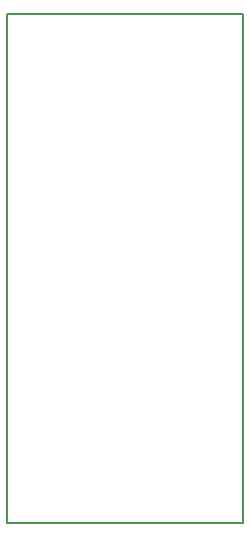
<source format=gbr>
%TF.GenerationSoftware,Altium Limited,Altium Designer,23.4.1 (23)*%
G04 Layer_Color=32896*
%FSLAX45Y45*%
%MOMM*%
%TF.SameCoordinates,F753716F-663C-4D52-ACFB-96E6D702F145*%
%TF.FilePolarity,Positive*%
%TF.FileFunction,Other,Board*%
%TF.Part,Single*%
G01*
G75*
%TA.AperFunction,NonConductor*%
%ADD21C,0.20000*%
D21*
X0Y0D02*
Y4310000D01*
X2000000D01*
Y0D02*
Y4310000D01*
X0Y0D02*
X2000000D01*
%TF.MD5,0347a3ee56bc63d9b25e0aec077a6384*%
M02*

</source>
